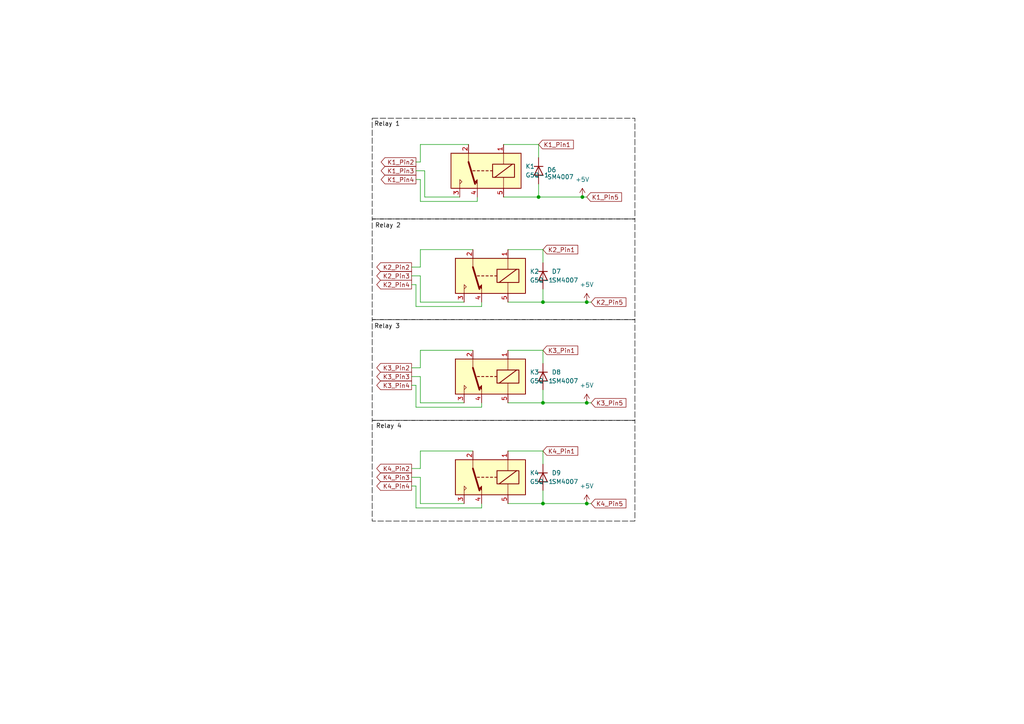
<source format=kicad_sch>
(kicad_sch (version 20250114) (generator "eeschema") (generator_version "9.0")
  (paper "A4")
  (title_block (title "Raspberry Pi Pico Logger - Relays") (date "2025-06-21") (rev "2.0") (company "Creator: Piotr Kłyś"))
  (lib_symbols
    (symbol "Diode:SM4007" (pin_numbers (hide yes)) (pin_names (hide yes))
      (property "Reference" "D" (at 0 2.54 0))
      (property "Value" "SM4007" (at 0 -2.54 0))
      (symbol "SM4007_0_1"
        (polyline (pts (xy -1.27 1.27) (xy -1.27 -1.27)) (stroke (width 0.254)))
        (polyline (pts (xy 1.27 1.27) (xy 1.27 -1.27) (xy -1.27 0) (xy 1.27 1.27)) (stroke (width 0.254)))
        (polyline (pts (xy 1.27 0) (xy -1.27 0)))
      )
      (symbol "SM4007_1_1"
        (pin passive line (at -3.81 0 0) (length 2.54) (name "K") (number "1"))
        (pin passive line (at 3.81 0 180) (length 2.54) (name "A") (number "2"))
      )
    )
    (symbol "Relay:G5Q-1"
      (property "Reference" "K" (at 11.43 3.81 0))
      (property "Value" "G5Q-1" (at 11.43 1.27 0))
      (symbol "G5Q-1_0_0"
        (polyline (pts (xy 7.62 5.08) (xy 7.62 2.54) (xy 6.985 3.175) (xy 7.62 3.81)))
      )
      (symbol "G5Q-1_0_1"
        (rectangle (start -10.16 5.08) (end 10.16 -5.08) (stroke (width 0.254)) (fill (type background)))
        (rectangle (start -8.255 1.905) (end -1.905 -1.905) (stroke (width 0.254)))
        (polyline (pts (xy -7.62 -1.905) (xy -2.54 1.905)) (stroke (width 0.254)))
        (polyline (pts (xy -5.08 5.08) (xy -5.08 1.905)))
        (polyline (pts (xy -5.08 -5.08) (xy -5.08 -1.905)))
        (polyline (pts (xy -1.905 0) (xy -1.27 0)) (stroke (width 0.254)))
        (polyline (pts (xy -0.635 0) (xy 0 0)) (stroke (width 0.254)))
        (polyline (pts (xy 0.635 0) (xy 1.27 0)) (stroke (width 0.254)))
        (polyline (pts (xy 1.905 0) (xy 2.54 0)) (stroke (width 0.254)))
        (polyline (pts (xy 2.54 5.08) (xy 2.54 2.54) (xy 3.175 3.175) (xy 2.54 3.81)) (fill (type outline)))
        (polyline (pts (xy 3.175 0) (xy 3.81 0)) (stroke (width 0.254)))
        (polyline (pts (xy 5.08 -2.54) (xy 3.175 3.81)) (stroke (width 0.508)))
        (polyline (pts (xy 5.08 -2.54) (xy 5.08 -5.08)))
      )
      (symbol "G5Q-1_1_1"
        (pin passive line (at -5.08 7.62 270) (length 2.54) (name "~") (number "5"))
        (pin passive line (at -5.08 -7.62 90) (length 2.54) (name "~") (number "1"))
        (pin passive line (at 2.54 7.62 270) (length 2.54) (name "~") (number "4"))
        (pin passive line (at 5.08 -7.62 90) (length 2.54) (name "~") (number "2"))
        (pin passive line (at 7.62 7.62 270) (length 2.54) (name "~") (number "3"))
      )
    )
    (symbol "power:+5V" (power) (pin_numbers (hide yes)) (pin_names (offset 0) (hide yes))
      (property "Value" "+5V" (at 0 3.556 0))
      (symbol "+5V_0_1"
        (polyline (pts (xy -0.762 1.27) (xy 0 2.54)))
        (polyline (pts (xy 0 2.54) (xy 0.762 1.27)))
        (polyline (pts (xy 0 0) (xy 0 2.54)))
      )
      (symbol "+5V_1_1"
        (pin power_in line (at 0 0 90) (length 0) (name "~") (number "1"))
      )
    )
  )
  (rectangle (start 107.95 63.5) (end 184.15 92.71) (stroke (width 0) (type dash) (color 0 0 0 1)))
  (rectangle (start 107.95 121.92) (end 184.15 151.13) (stroke (width 0) (type dash) (color 0 0 0 1)))
  (rectangle (start 107.95 92.71) (end 184.15 121.92) (stroke (width 0) (type dash) (color 0 0 0 1)))
  (rectangle (start 107.95 34.29) (end 184.15 63.5) (stroke (width 0) (type dash) (color 0 0 0 1)))
  (text "Relay 4" (at 112.776 123.698 0) (effects (font (size 1.27 1.27))))
  (text "Relay 2" (at 112.522 65.532 0) (effects (font (size 1.27 1.27))))
  (text "Relay 3" (at 112.268 94.742 0) (effects (font (size 1.27 1.27))))
  (text "Relay 1" (at 112.268 36.068 0) (effects (font (size 1.27 1.27))))
  (junction (at 170.18 146.05))
  (junction (at 157.48 146.05))
  (junction (at 157.48 116.84))
  (junction (at 170.18 116.84))
  (junction (at 156.21 57.15))
  (junction (at 170.18 87.63))
  (junction (at 157.48 87.63))
  (junction (at 168.91 57.15))
  (wire (pts (xy 121.92 77.47) (xy 119.38 77.47)))
  (wire (pts (xy 121.92 146.05) (xy 134.62 146.05)))
  (wire (pts (xy 138.43 58.42) (xy 121.92 58.42)))
  (wire (pts (xy 170.18 87.63) (xy 171.45 87.63)))
  (wire (pts (xy 121.92 109.22) (xy 121.92 116.84)))
  (wire (pts (xy 120.65 111.76) (xy 119.38 111.76)))
  (wire (pts (xy 147.32 116.84) (xy 157.48 116.84)))
  (wire (pts (xy 139.7 88.9) (xy 120.65 88.9)))
  (wire (pts (xy 120.65 118.11) (xy 120.65 111.76)))
  (wire (pts (xy 147.32 87.63) (xy 157.48 87.63)))
  (wire (pts (xy 121.92 72.39) (xy 121.92 77.47)))
  (wire (pts (xy 157.48 101.6) (xy 157.48 105.41)))
  (wire (pts (xy 123.19 49.53) (xy 120.65 49.53)))
  (wire (pts (xy 147.32 101.6) (xy 157.48 101.6)))
  (wire (pts (xy 157.48 113.03) (xy 157.48 116.84)))
  (wire (pts (xy 157.48 87.63) (xy 170.18 87.63)))
  (wire (pts (xy 156.21 41.91) (xy 156.21 45.72)))
  (wire (pts (xy 147.32 130.81) (xy 157.48 130.81)))
  (wire (pts (xy 121.92 41.91) (xy 135.89 41.91)))
  (wire (pts (xy 120.65 147.32) (xy 120.65 140.97)))
  (wire (pts (xy 121.92 130.81) (xy 137.16 130.81)))
  (wire (pts (xy 120.65 140.97) (xy 119.38 140.97)))
  (wire (pts (xy 121.92 135.89) (xy 119.38 135.89)))
  (wire (pts (xy 120.65 82.55) (xy 119.38 82.55)))
  (wire (pts (xy 157.48 72.39) (xy 157.48 76.2)))
  (wire (pts (xy 139.7 147.32) (xy 120.65 147.32)))
  (wire (pts (xy 133.35 57.15) (xy 123.19 57.15)))
  (wire (pts (xy 121.92 80.01) (xy 119.38 80.01)))
  (wire (pts (xy 121.92 58.42) (xy 121.92 52.07)))
  (wire (pts (xy 121.92 46.99) (xy 120.65 46.99)))
  (wire (pts (xy 121.92 41.91) (xy 121.92 46.99)))
  (wire (pts (xy 146.05 57.15) (xy 156.21 57.15)))
  (wire (pts (xy 157.48 116.84) (xy 170.18 116.84)))
  (wire (pts (xy 156.21 57.15) (xy 168.91 57.15)))
  (wire (pts (xy 120.65 88.9) (xy 120.65 82.55)))
  (wire (pts (xy 157.48 146.05) (xy 170.18 146.05)))
  (wire (pts (xy 119.38 138.43) (xy 121.92 138.43)))
  (wire (pts (xy 121.92 101.6) (xy 121.92 106.68)))
  (wire (pts (xy 119.38 109.22) (xy 121.92 109.22)))
  (wire (pts (xy 121.92 138.43) (xy 121.92 146.05)))
  (wire (pts (xy 139.7 146.05) (xy 139.7 147.32)))
  (wire (pts (xy 121.92 72.39) (xy 137.16 72.39)))
  (wire (pts (xy 170.18 116.84) (xy 171.45 116.84)))
  (wire (pts (xy 121.92 52.07) (xy 120.65 52.07)))
  (wire (pts (xy 139.7 87.63) (xy 139.7 88.9)))
  (wire (pts (xy 139.7 118.11) (xy 120.65 118.11)))
  (wire (pts (xy 121.92 87.63) (xy 121.92 80.01)))
  (wire (pts (xy 121.92 106.68) (xy 119.38 106.68)))
  (wire (pts (xy 147.32 146.05) (xy 157.48 146.05)))
  (wire (pts (xy 139.7 116.84) (xy 139.7 118.11)))
  (wire (pts (xy 157.48 130.81) (xy 157.48 134.62)))
  (wire (pts (xy 123.19 57.15) (xy 123.19 49.53)))
  (wire (pts (xy 156.21 53.34) (xy 156.21 57.15)))
  (wire (pts (xy 138.43 57.15) (xy 138.43 58.42)))
  (wire (pts (xy 146.05 41.91) (xy 156.21 41.91)))
  (wire (pts (xy 157.48 142.24) (xy 157.48 146.05)))
  (wire (pts (xy 147.32 72.39) (xy 157.48 72.39)))
  (wire (pts (xy 121.92 130.81) (xy 121.92 135.89)))
  (wire (pts (xy 121.92 101.6) (xy 137.16 101.6)))
  (wire (pts (xy 168.91 57.15) (xy 170.18 57.15)))
  (wire (pts (xy 170.18 146.05) (xy 171.45 146.05)))
  (wire (pts (xy 134.62 87.63) (xy 121.92 87.63)))
  (wire (pts (xy 157.48 83.82) (xy 157.48 87.63)))
  (wire (pts (xy 121.92 116.84) (xy 134.62 116.84)))
  (global_label "K1_Pin4" (shape output) (at 120.65 52.07 180) (property "Intersheetrefs" "${INTERSHEET_REFS}" (effects (hide yes))))
  (global_label "K3_Pin5" (shape input) (at 171.45 116.84 0) (property "Intersheetrefs" "${INTERSHEET_REFS}" (effects (hide yes))))
  (global_label "K4_Pin4" (shape output) (at 119.38 140.97 180) (property "Intersheetrefs" "${INTERSHEET_REFS}" (effects (hide yes))))
  (global_label "K3_Pin4" (shape output) (at 119.38 111.76 180) (property "Intersheetrefs" "${INTERSHEET_REFS}" (effects (hide yes))))
  (global_label "K1_Pin5" (shape input) (at 170.18 57.15 0) (property "Intersheetrefs" "${INTERSHEET_REFS}" (effects (hide yes))))
  (global_label "K2_Pin4" (shape output) (at 119.38 82.55 180) (property "Intersheetrefs" "${INTERSHEET_REFS}" (effects (hide yes))))
  (global_label "K4_Pin2" (shape output) (at 119.38 135.89 180) (property "Intersheetrefs" "${INTERSHEET_REFS}" (effects (hide yes))))
  (global_label "K2_Pin3" (shape output) (at 119.38 80.01 180) (property "Intersheetrefs" "${INTERSHEET_REFS}" (effects (hide yes))))
  (global_label "K1_Pin2" (shape output) (at 120.65 46.99 180) (property "Intersheetrefs" "${INTERSHEET_REFS}" (effects (hide yes))))
  (global_label "K1_Pin3" (shape output) (at 120.65 49.53 180) (property "Intersheetrefs" "${INTERSHEET_REFS}" (effects (hide yes))))
  (global_label "K2_Pin5" (shape input) (at 171.45 87.63 0) (property "Intersheetrefs" "${INTERSHEET_REFS}" (effects (hide yes))))
  (global_label "K3_Pin2" (shape output) (at 119.38 106.68 180) (property "Intersheetrefs" "${INTERSHEET_REFS}" (effects (hide yes))))
  (global_label "K3_Pin1" (shape input) (at 157.48 101.6 0) (property "Intersheetrefs" "${INTERSHEET_REFS}" (effects (hide yes))))
  (global_label "K2_Pin2" (shape output) (at 119.38 77.47 180) (property "Intersheetrefs" "${INTERSHEET_REFS}" (effects (hide yes))))
  (global_label "K4_Pin5" (shape input) (at 171.45 146.05 0) (property "Intersheetrefs" "${INTERSHEET_REFS}" (effects (hide yes))))
  (global_label "K1_Pin1" (shape input) (at 156.21 41.91 0) (property "Intersheetrefs" "${INTERSHEET_REFS}" (effects (hide yes))))
  (global_label "K4_Pin1" (shape input) (at 157.48 130.81 0) (property "Intersheetrefs" "${INTERSHEET_REFS}" (effects (hide yes))))
  (global_label "K3_Pin3" (shape output) (at 119.38 109.22 180) (property "Intersheetrefs" "${INTERSHEET_REFS}" (effects (hide yes))))
  (global_label "K2_Pin1" (shape input) (at 157.48 72.39 0) (property "Intersheetrefs" "${INTERSHEET_REFS}" (effects (hide yes))))
  (global_label "K4_Pin3" (shape output) (at 119.38 138.43 180) (property "Intersheetrefs" "${INTERSHEET_REFS}" (effects (hide yes))))
  (symbol (lib_id "power:+5V") (at 168.91 57.15 0) (unit 1)
    (property "Reference" "#PWR011" (effects (hide yes)))
    (property "Value" "+5V" (at 168.91 52.07 0))
    (property "Description" "Power symbol creates a global label with name \"+5V\"" (effects (hide yes)))
  )
  (symbol (lib_id "Diode:SM4007") (at 157.48 138.43 270) (unit 1)
    (property "Reference" "D9" (at 160.02 137.1599 90) (effects (justify left)))
    (property "Value" "SM4007" (at 160.02 139.6999 90) (effects (justify left)))
    (property "Footprint" "Diode_SMD:D_SMA" (effects (hide yes)))
    (property "Datasheet" "http://cdn-reichelt.de/documents/datenblatt/A400/SMD1N400%23DIO.pdf" (effects (hide yes)))
    (property "Description" "1000V 1A General Purpose Rectifier Diode, MELF" (effects (hide yes)))
    (property "Sim.Device" "D" (effects (hide yes)))
    (property "Sim.Pins" "1=K 2=A" (effects (hide yes)))
  )
  (symbol (lib_id "power:+5V") (at 170.18 146.05 0) (unit 1)
    (property "Reference" "#PWR032" (effects (hide yes)))
    (property "Value" "+5V" (at 170.18 140.97 0))
    (property "Description" "Power symbol creates a global label with name \"+5V\"" (effects (hide yes)))
  )
  (symbol (lib_id "Diode:SM4007") (at 156.21 49.53 270) (unit 1)
    (property "Reference" "D6" (at 160.02 49.276 90))
    (property "Value" "SM4007" (at 162.56 51.308 90))
    (property "Footprint" "Diode_SMD:D_SMA" (effects (hide yes)))
    (property "Datasheet" "http://cdn-reichelt.de/documents/datenblatt/A400/SMD1N400%23DIO.pdf" (effects (hide yes)))
    (property "Description" "1000V 1A General Purpose Rectifier Diode, MELF" (effects (hide yes)))
    (property "Sim.Device" "D" (effects (hide yes)))
    (property "Sim.Pins" "1=K 2=A" (effects (hide yes)))
  )
  (symbol (lib_id "Relay:G5Q-1") (at 142.24 109.22 180) (unit 1)
    (property "Reference" "K3" (at 153.67 107.9499 0) (effects (justify right)))
    (property "Value" "G5Q-1" (at 153.67 110.4899 0) (effects (justify right)))
    (property "Footprint" "Relay_THT:Relay_SPDT_Omron-G5Q-1" (effects (hide yes)))
    (property "Datasheet" "https://www.omron.com/ecb/products/pdf/en-g5q.pdf" (effects (hide yes)))
    (property "Description" "Omron G5G relay, Miniature Single Pole, SPDT, 10A" (effects (hide yes)))
  )
  (symbol (lib_id "Relay:G5Q-1") (at 142.24 138.43 180) (unit 1)
    (property "Reference" "K4" (at 153.67 137.1599 0) (effects (justify right)))
    (property "Value" "G5Q-1" (at 153.67 139.6999 0) (effects (justify right)))
    (property "Footprint" "Relay_THT:Relay_SPDT_Omron-G5Q-1" (effects (hide yes)))
    (property "Datasheet" "https://www.omron.com/ecb/products/pdf/en-g5q.pdf" (effects (hide yes)))
    (property "Description" "Omron G5G relay, Miniature Single Pole, SPDT, 10A" (effects (hide yes)))
  )
  (symbol (lib_id "Relay:G5Q-1") (at 142.24 80.01 180) (unit 1)
    (property "Reference" "K2" (at 153.67 78.7399 0) (effects (justify right)))
    (property "Value" "G5Q-1" (at 153.67 81.2799 0) (effects (justify right)))
    (property "Footprint" "Relay_THT:Relay_SPDT_Omron-G5Q-1" (effects (hide yes)))
    (property "Datasheet" "https://www.omron.com/ecb/products/pdf/en-g5q.pdf" (effects (hide yes)))
    (property "Description" "Omron G5G relay, Miniature Single Pole, SPDT, 10A" (effects (hide yes)))
  )
  (symbol (lib_id "Diode:SM4007") (at 157.48 109.22 270) (unit 1)
    (property "Reference" "D8" (at 160.02 107.9499 90) (effects (justify left)))
    (property "Value" "SM4007" (at 160.02 110.4899 90) (effects (justify left)))
    (property "Footprint" "Diode_SMD:D_SMA" (effects (hide yes)))
    (property "Datasheet" "http://cdn-reichelt.de/documents/datenblatt/A400/SMD1N400%23DIO.pdf" (effects (hide yes)))
    (property "Description" "1000V 1A General Purpose Rectifier Diode, MELF" (effects (hide yes)))
    (property "Sim.Device" "D" (effects (hide yes)))
    (property "Sim.Pins" "1=K 2=A" (effects (hide yes)))
  )
  (symbol (lib_id "power:+5V") (at 170.18 116.84 0) (unit 1)
    (property "Reference" "#PWR031" (effects (hide yes)))
    (property "Value" "+5V" (at 170.18 111.76 0))
    (property "Description" "Power symbol creates a global label with name \"+5V\"" (effects (hide yes)))
  )
  (symbol (lib_id "Relay:G5Q-1") (at 140.97 49.53 180) (unit 1)
    (property "Reference" "K1" (at 152.4 48.2599 0) (effects (justify right)))
    (property "Value" "G5Q-1" (at 152.4 50.7999 0) (effects (justify right)))
    (property "Footprint" "Relay_THT:Relay_SPDT_Omron-G5Q-1" (effects (hide yes)))
    (property "Datasheet" "https://www.omron.com/ecb/products/pdf/en-g5q.pdf" (effects (hide yes)))
    (property "Description" "Omron G5G relay, Miniature Single Pole, SPDT, 10A" (effects (hide yes)))
  )
  (symbol (lib_id "power:+5V") (at 170.18 87.63 0) (unit 1)
    (property "Reference" "#PWR030" (effects (hide yes)))
    (property "Value" "+5V" (at 170.18 82.55 0))
    (property "Description" "Power symbol creates a global label with name \"+5V\"" (effects (hide yes)))
  )
  (symbol (lib_id "Diode:SM4007") (at 157.48 80.01 270) (unit 1)
    (property "Reference" "D7" (at 160.02 78.7399 90) (effects (justify left)))
    (property "Value" "SM4007" (at 160.02 81.2799 90) (effects (justify left)))
    (property "Footprint" "Diode_SMD:D_SMA" (effects (hide yes)))
    (property "Datasheet" "http://cdn-reichelt.de/documents/datenblatt/A400/SMD1N400%23DIO.pdf" (effects (hide yes)))
    (property "Description" "1000V 1A General Purpose Rectifier Diode, MELF" (effects (hide yes)))
    (property "Sim.Device" "D" (effects (hide yes)))
    (property "Sim.Pins" "1=K 2=A" (effects (hide yes)))
  )
)
</source>
